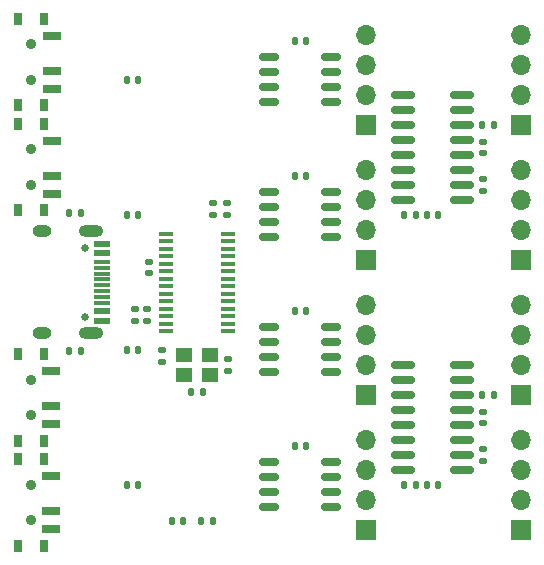
<source format=gbr>
%TF.GenerationSoftware,KiCad,Pcbnew,7.0.1*%
%TF.CreationDate,2023-04-24T21:53:49-04:00*%
%TF.ProjectId,lots-of-serial,6c6f7473-2d6f-4662-9d73-657269616c2e,rev?*%
%TF.SameCoordinates,Original*%
%TF.FileFunction,Soldermask,Top*%
%TF.FilePolarity,Negative*%
%FSLAX46Y46*%
G04 Gerber Fmt 4.6, Leading zero omitted, Abs format (unit mm)*
G04 Created by KiCad (PCBNEW 7.0.1) date 2023-04-24 21:53:49*
%MOMM*%
%LPD*%
G01*
G04 APERTURE LIST*
G04 Aperture macros list*
%AMRoundRect*
0 Rectangle with rounded corners*
0 $1 Rounding radius*
0 $2 $3 $4 $5 $6 $7 $8 $9 X,Y pos of 4 corners*
0 Add a 4 corners polygon primitive as box body*
4,1,4,$2,$3,$4,$5,$6,$7,$8,$9,$2,$3,0*
0 Add four circle primitives for the rounded corners*
1,1,$1+$1,$2,$3*
1,1,$1+$1,$4,$5*
1,1,$1+$1,$6,$7*
1,1,$1+$1,$8,$9*
0 Add four rect primitives between the rounded corners*
20,1,$1+$1,$2,$3,$4,$5,0*
20,1,$1+$1,$4,$5,$6,$7,0*
20,1,$1+$1,$6,$7,$8,$9,0*
20,1,$1+$1,$8,$9,$2,$3,0*%
G04 Aperture macros list end*
%ADD10RoundRect,0.150000X-0.675000X-0.150000X0.675000X-0.150000X0.675000X0.150000X-0.675000X0.150000X0*%
%ADD11RoundRect,0.140000X0.140000X0.170000X-0.140000X0.170000X-0.140000X-0.170000X0.140000X-0.170000X0*%
%ADD12RoundRect,0.140000X-0.140000X-0.170000X0.140000X-0.170000X0.140000X0.170000X-0.140000X0.170000X0*%
%ADD13RoundRect,0.140000X-0.170000X0.140000X-0.170000X-0.140000X0.170000X-0.140000X0.170000X0.140000X0*%
%ADD14RoundRect,0.140000X0.170000X-0.140000X0.170000X0.140000X-0.170000X0.140000X-0.170000X-0.140000X0*%
%ADD15R,1.700000X1.700000*%
%ADD16O,1.700000X1.700000*%
%ADD17R,1.500000X0.700000*%
%ADD18C,0.900000*%
%ADD19R,0.800000X1.000000*%
%ADD20RoundRect,0.135000X-0.185000X0.135000X-0.185000X-0.135000X0.185000X-0.135000X0.185000X0.135000X0*%
%ADD21RoundRect,0.147500X-0.147500X-0.172500X0.147500X-0.172500X0.147500X0.172500X-0.147500X0.172500X0*%
%ADD22RoundRect,0.135000X-0.135000X-0.185000X0.135000X-0.185000X0.135000X0.185000X-0.135000X0.185000X0*%
%ADD23C,0.650000*%
%ADD24R,1.450000X0.600000*%
%ADD25R,1.450000X0.300000*%
%ADD26O,2.100000X1.000000*%
%ADD27O,1.600000X1.000000*%
%ADD28R,1.200000X0.400000*%
%ADD29RoundRect,0.150000X0.825000X0.150000X-0.825000X0.150000X-0.825000X-0.150000X0.825000X-0.150000X0*%
%ADD30RoundRect,0.147500X0.147500X0.172500X-0.147500X0.172500X-0.147500X-0.172500X0.147500X-0.172500X0*%
%ADD31R,1.400000X1.200000*%
G04 APERTURE END LIST*
D10*
%TO.C,U5*%
X84243000Y-88900000D03*
X84243000Y-90170000D03*
X84243000Y-91440000D03*
X84243000Y-92710000D03*
X89493000Y-92710000D03*
X89493000Y-91440000D03*
X89493000Y-90170000D03*
X89493000Y-88900000D03*
%TD*%
D11*
%TO.C,C19*%
X103223000Y-60325000D03*
X102263000Y-60325000D03*
%TD*%
D12*
%TO.C,C18*%
X97564000Y-67945000D03*
X98524000Y-67945000D03*
%TD*%
D11*
%TO.C,C17*%
X103223000Y-83185000D03*
X102263000Y-83185000D03*
%TD*%
D12*
%TO.C,C16*%
X98524000Y-90805000D03*
X97564000Y-90805000D03*
%TD*%
D13*
%TO.C,C15*%
X102362000Y-84610000D03*
X102362000Y-85570000D03*
%TD*%
%TO.C,C14*%
X102362000Y-87785000D03*
X102362000Y-88745000D03*
%TD*%
D11*
%TO.C,C13*%
X96619000Y-90805000D03*
X95659000Y-90805000D03*
%TD*%
%TO.C,C12*%
X95659000Y-67945000D03*
X96619000Y-67945000D03*
%TD*%
D14*
%TO.C,C11*%
X102362000Y-62710000D03*
X102362000Y-61750000D03*
%TD*%
%TO.C,C10*%
X102362000Y-65885000D03*
X102362000Y-64925000D03*
%TD*%
D15*
%TO.C,J5*%
X105537000Y-60315000D03*
D16*
X105537000Y-57775000D03*
X105537000Y-55235000D03*
X105537000Y-52695000D03*
%TD*%
D15*
%TO.C,J8*%
X105537000Y-94605000D03*
D16*
X105537000Y-92065000D03*
X105537000Y-89525000D03*
X105537000Y-86985000D03*
%TD*%
D15*
%TO.C,J7*%
X105537000Y-83175000D03*
D16*
X105537000Y-80635000D03*
X105537000Y-78095000D03*
X105537000Y-75555000D03*
%TD*%
D15*
%TO.C,J6*%
X105537000Y-71745000D03*
D16*
X105537000Y-69205000D03*
X105537000Y-66665000D03*
X105537000Y-64125000D03*
%TD*%
D10*
%TO.C,U3*%
X89493000Y-66040000D03*
X89493000Y-67310000D03*
X89493000Y-68580000D03*
X89493000Y-69850000D03*
X84243000Y-69850000D03*
X84243000Y-68580000D03*
X84243000Y-67310000D03*
X84243000Y-66040000D03*
%TD*%
D17*
%TO.C,SW1*%
X65801000Y-66155000D03*
X65801000Y-64655000D03*
X65801000Y-61655000D03*
D18*
X64041000Y-62405000D03*
X64041000Y-65405000D03*
D19*
X65151000Y-60255000D03*
X62941000Y-67555000D03*
X62941000Y-60255000D03*
X65151000Y-67555000D03*
%TD*%
D17*
%TO.C,SW2*%
X65801000Y-57265000D03*
X65801000Y-55765000D03*
X65801000Y-52765000D03*
D18*
X64041000Y-53515000D03*
X64041000Y-56515000D03*
D19*
X65151000Y-51365000D03*
X62941000Y-58665000D03*
X62941000Y-51365000D03*
X65151000Y-58665000D03*
%TD*%
D17*
%TO.C,SW3*%
X65786000Y-85656000D03*
X65786000Y-84156000D03*
X65786000Y-81156000D03*
D18*
X64026000Y-81906000D03*
X64026000Y-84906000D03*
D19*
X65136000Y-79756000D03*
X62926000Y-87056000D03*
X62926000Y-79756000D03*
X65136000Y-87056000D03*
%TD*%
%TO.C,SW4*%
X65136000Y-95946000D03*
X62926000Y-88646000D03*
X62926000Y-95946000D03*
X65136000Y-88646000D03*
D18*
X64026000Y-93796000D03*
X64026000Y-90796000D03*
D17*
X65786000Y-90046000D03*
X65786000Y-93046000D03*
X65786000Y-94546000D03*
%TD*%
D15*
%TO.C,J4*%
X92456000Y-60315000D03*
D16*
X92456000Y-57775000D03*
X92456000Y-55235000D03*
X92456000Y-52695000D03*
%TD*%
D15*
%TO.C,J1*%
X92456000Y-94605000D03*
D16*
X92456000Y-92065000D03*
X92456000Y-89525000D03*
X92456000Y-86985000D03*
%TD*%
D15*
%TO.C,J2*%
X92456000Y-83175000D03*
D16*
X92456000Y-80635000D03*
X92456000Y-78095000D03*
X92456000Y-75555000D03*
%TD*%
D15*
%TO.C,J3*%
X92456000Y-71745000D03*
D16*
X92456000Y-69205000D03*
X92456000Y-66665000D03*
X92456000Y-64125000D03*
%TD*%
D14*
%TO.C,C1*%
X80772000Y-81125000D03*
X80772000Y-80165000D03*
%TD*%
D20*
%TO.C,R3*%
X80645000Y-66927000D03*
X80645000Y-67947000D03*
%TD*%
D21*
%TO.C,D4*%
X72159000Y-90805000D03*
X73129000Y-90805000D03*
%TD*%
D12*
%TO.C,C8*%
X86388000Y-76073000D03*
X87348000Y-76073000D03*
%TD*%
D21*
%TO.C,D5*%
X75969000Y-93853000D03*
X76939000Y-93853000D03*
%TD*%
D22*
%TO.C,R1*%
X67308000Y-67818000D03*
X68328000Y-67818000D03*
%TD*%
D12*
%TO.C,C2*%
X77625000Y-82931000D03*
X78585000Y-82931000D03*
%TD*%
D23*
%TO.C,USB1*%
X68640000Y-70770000D03*
X68640000Y-76550000D03*
D24*
X70085000Y-70410000D03*
X70085000Y-71210000D03*
D25*
X70085000Y-72410000D03*
X70085000Y-73410000D03*
X70085000Y-73910000D03*
X70085000Y-74910000D03*
D24*
X70085000Y-76110000D03*
X70085000Y-76910000D03*
X70085000Y-76910000D03*
X70085000Y-76110000D03*
D25*
X70085000Y-75410000D03*
X70085000Y-74410000D03*
X70085000Y-72910000D03*
X70085000Y-71910000D03*
D24*
X70085000Y-71210000D03*
X70085000Y-70410000D03*
D26*
X69170000Y-69340000D03*
D27*
X64990000Y-69340000D03*
D26*
X69170000Y-77980000D03*
D27*
X64990000Y-77980000D03*
%TD*%
D20*
%TO.C,R4*%
X72898000Y-75944000D03*
X72898000Y-76964000D03*
%TD*%
D10*
%TO.C,U2*%
X84243000Y-54610000D03*
X84243000Y-55880000D03*
X84243000Y-57150000D03*
X84243000Y-58420000D03*
X89493000Y-58420000D03*
X89493000Y-57150000D03*
X89493000Y-55880000D03*
X89493000Y-54610000D03*
%TD*%
D14*
%TO.C,C4*%
X79502000Y-67917000D03*
X79502000Y-66957000D03*
%TD*%
D28*
%TO.C,U1*%
X80705000Y-77787500D03*
X80705000Y-77152500D03*
X80705000Y-76517500D03*
X80705000Y-75882500D03*
X80705000Y-75247500D03*
X80705000Y-74612500D03*
X80705000Y-73977500D03*
X80705000Y-73342500D03*
X80705000Y-72707500D03*
X80705000Y-72072500D03*
X80705000Y-71437500D03*
X80705000Y-70802500D03*
X80705000Y-70167500D03*
X80705000Y-69532500D03*
X75505000Y-69532500D03*
X75505000Y-70167500D03*
X75505000Y-70802500D03*
X75505000Y-71437500D03*
X75505000Y-72072500D03*
X75505000Y-72707500D03*
X75505000Y-73342500D03*
X75505000Y-73977500D03*
X75505000Y-74612500D03*
X75505000Y-75247500D03*
X75505000Y-75882500D03*
X75505000Y-76517500D03*
X75505000Y-77152500D03*
X75505000Y-77787500D03*
%TD*%
D29*
%TO.C,U6*%
X100519000Y-66675000D03*
X100519000Y-65405000D03*
X100519000Y-64135000D03*
X100519000Y-62865000D03*
X100519000Y-61595000D03*
X100519000Y-60325000D03*
X100519000Y-59055000D03*
X100519000Y-57785000D03*
X95569000Y-57785000D03*
X95569000Y-59055000D03*
X95569000Y-60325000D03*
X95569000Y-61595000D03*
X95569000Y-62865000D03*
X95569000Y-64135000D03*
X95569000Y-65405000D03*
X95569000Y-66675000D03*
%TD*%
D12*
%TO.C,C7*%
X86388000Y-64643000D03*
X87348000Y-64643000D03*
%TD*%
D13*
%TO.C,C3*%
X75184000Y-79403000D03*
X75184000Y-80363000D03*
%TD*%
D29*
%TO.C,U7*%
X100519000Y-89535000D03*
X100519000Y-88265000D03*
X100519000Y-86995000D03*
X100519000Y-85725000D03*
X100519000Y-84455000D03*
X100519000Y-83185000D03*
X100519000Y-81915000D03*
X100519000Y-80645000D03*
X95569000Y-80645000D03*
X95569000Y-81915000D03*
X95569000Y-83185000D03*
X95569000Y-84455000D03*
X95569000Y-85725000D03*
X95569000Y-86995000D03*
X95569000Y-88265000D03*
X95569000Y-89535000D03*
%TD*%
D10*
%TO.C,U4*%
X84243000Y-77470000D03*
X84243000Y-78740000D03*
X84243000Y-80010000D03*
X84243000Y-81280000D03*
X89493000Y-81280000D03*
X89493000Y-80010000D03*
X89493000Y-78740000D03*
X89493000Y-77470000D03*
%TD*%
D20*
%TO.C,R5*%
X73914000Y-75944000D03*
X73914000Y-76964000D03*
%TD*%
D14*
%TO.C,C5*%
X74041000Y-72870000D03*
X74041000Y-71910000D03*
%TD*%
D12*
%TO.C,C9*%
X86388000Y-87503000D03*
X87348000Y-87503000D03*
%TD*%
D21*
%TO.C,D2*%
X72159000Y-79375000D03*
X73129000Y-79375000D03*
%TD*%
D30*
%TO.C,D1*%
X73129000Y-56515000D03*
X72159000Y-56515000D03*
%TD*%
D22*
%TO.C,R6*%
X79504000Y-93853000D03*
X78484000Y-93853000D03*
%TD*%
D12*
%TO.C,C6*%
X87348000Y-53213000D03*
X86388000Y-53213000D03*
%TD*%
D30*
%TO.C,D3*%
X73129000Y-67945000D03*
X72159000Y-67945000D03*
%TD*%
D22*
%TO.C,R2*%
X67308000Y-79502000D03*
X68328000Y-79502000D03*
%TD*%
D31*
%TO.C,Y1*%
X77005000Y-81495000D03*
X79205000Y-81495000D03*
X79205000Y-79795000D03*
X77005000Y-79795000D03*
%TD*%
M02*

</source>
